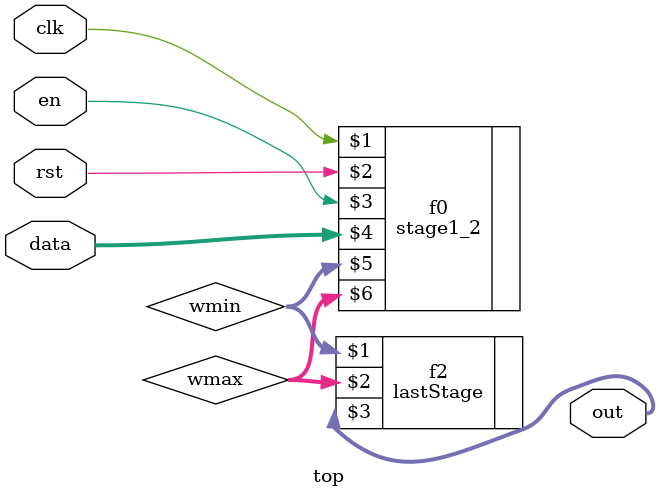
<source format=v>
`timescale 1ns / 1ps

module top(clk, rst, en, data, out);
	input clk;
	input rst;
	input en;
	input [15:0] data;
	output [31:0] out;
	
	wire [15:0] wmin, wmax;

	stage1_2 f0(clk, rst, en, data, wmin, wmax); //clk, rst, en, data, next_state, o_state, o_cnt, o_min, o_max
	lastStage f2(wmin, wmax, out);//(min, max, data)

endmodule

</source>
